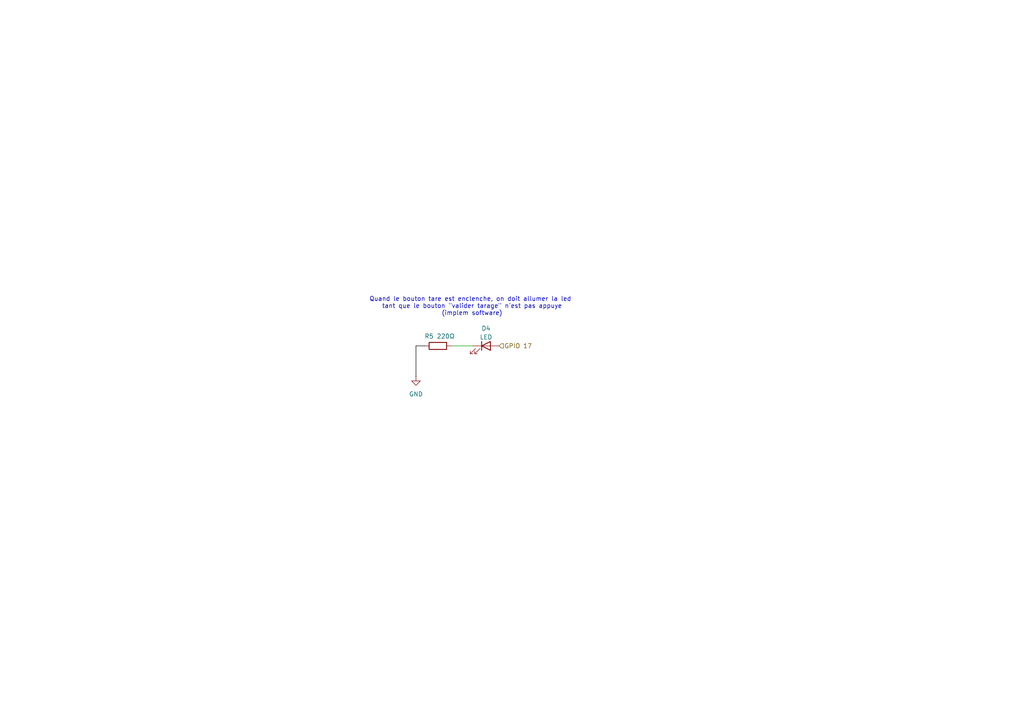
<source format=kicad_sch>
(kicad_sch (version 20250114) (generator "eeschema") (generator_version "9.0")
  (paper "A4")
  (lib_symbols
    (symbol "Device:LED" (pin_numbers (hide yes)) (pin_names (offset 1.016) (hide yes))
      (property "Reference" "D" (at 0 2.54 0))
      (property "Value" "LED" (at 0 -2.54 0))
      (symbol "LED_0_1"
        (polyline (pts (xy -3.048 -0.762) (xy -4.572 -2.286) (xy -3.81 -2.286) (xy -4.572 -2.286) (xy -4.572 -1.524)))
        (polyline (pts (xy -1.778 -0.762) (xy -3.302 -2.286) (xy -2.54 -2.286) (xy -3.302 -2.286) (xy -3.302 -1.524)))
        (polyline (pts (xy -1.27 0) (xy 1.27 0)))
        (polyline (pts (xy -1.27 -1.27) (xy -1.27 1.27)) (stroke (width 0.254)))
        (polyline (pts (xy 1.27 -1.27) (xy 1.27 1.27) (xy -1.27 0) (xy 1.27 -1.27)) (stroke (width 0.254)))
      )
      (symbol "LED_1_1"
        (pin passive line (at -3.81 0 0) (length 2.54) (name "K") (number "1"))
        (pin passive line (at 3.81 0 180) (length 2.54) (name "A") (number "2"))
      )
    )
    (symbol "Device:R" (pin_numbers (hide yes)) (pin_names (offset 0))
      (property "Reference" "R" (at 2.032 0 90))
      (property "Value" "R" (at 0 0 90))
      (symbol "R_0_1"
        (rectangle (start -1.016 -2.54) (end 1.016 2.54) (stroke (width 0.254)))
      )
      (symbol "R_1_1"
        (pin passive line (at 0 3.81 270) (length 1.27) (name "~") (number "1"))
        (pin passive line (at 0 -3.81 90) (length 1.27) (name "~") (number "2"))
      )
    )
    (symbol "power:GND" (power) (pin_numbers (hide yes)) (pin_names (offset 0) (hide yes))
      (property "Value" "GND" (at 0 -3.81 0))
      (symbol "GND_0_1"
        (polyline (pts (xy 0 0) (xy 0 -1.27) (xy 1.27 -1.27) (xy 0 -2.54) (xy -1.27 -1.27) (xy 0 -1.27)))
      )
      (symbol "GND_1_1"
        (pin power_in line (at 0 0 270) (length 0) (name "~") (number "1"))
      )
    )
  )
  (text "Quand le bouton tare est enclenche, on doit allumer la led \ntant que le bouton \"valider tarage\" n'est pas appuye\n(implem software)" (at 136.906 88.9 0) (effects (font (size 1.27 1.27))))
  (wire (pts (xy 120.65 100.33) (xy 123.19 100.33)) (stroke (width 0) (color 0 0 0 1)))
  (wire (pts (xy 130.81 100.33) (xy 137.16 100.33)))
  (wire (pts (xy 120.65 100.33) (xy 120.65 109.22)) (stroke (width 0) (color 0 0 0 1)))
  (hierarchical_label "GPIO 17" (shape input) (at 144.78 100.33 0))
  (symbol (lib_id "power:GND") (at 120.65 109.22 0) (unit 1)
    (property "Reference" "#PWR016" (effects (hide yes)))
    (property "Value" "GND" (at 120.65 114.3 0))
    (property "Description" "Power symbol creates a global label with name \"GND\" , ground" (effects (hide yes)))
  )
  (symbol (lib_id "Device:LED") (at 140.97 100.33 0) (unit 1)
    (property "Reference" "D4" (at 140.97 95.25 0))
    (property "Value" "LED" (at 140.97 97.79 0))
    (property "Description" "Light emitting diode" (effects (hide yes)))
    (property "Sim.Pins" "1=K 2=A" (effects (hide yes)))
  )
  (symbol (lib_id "Device:R") (at 127 100.33 270) (unit 1)
    (property "Reference" "R5" (at 124.46 97.536 90))
    (property "Value" "220Ω" (at 129.286 97.536 90))
    (property "Description" "Resistor" (effects (hide yes)))
  )
)
</source>
